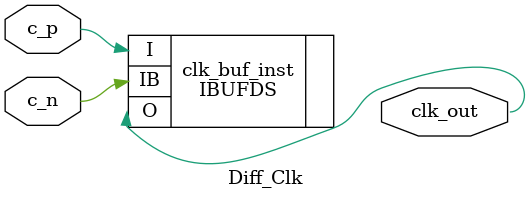
<source format=v>
`timescale 1ns / 1ps 
module Diff_Clk(c_p , c_n , clk_out );

input c_p, c_n; // Differential clock inputs
output clk_out;

IBUFDS #(
  .DIFF_TERM("TRUE"),
  .IBUF_LOW_PWR("TRUE")
) clk_buf_inst (
  .O(clk_out),
  .I(c_p),
  .IB(c_n)
);

endmodule

</source>
